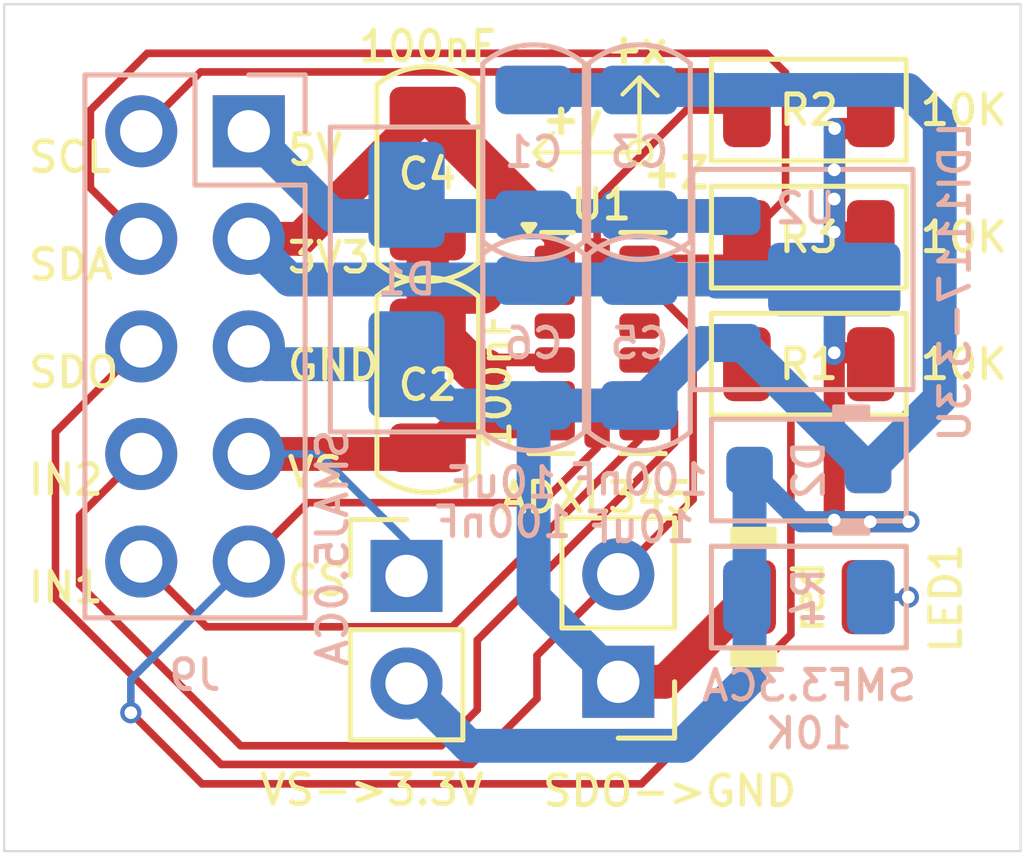
<source format=kicad_pcb>
(kicad_pcb (version 20241229) (generator "pcbnew") (generator_version "9.0")
  (layers (0 "F.Cu" signal) (2 "B.Cu" signal) (13 "F.Paste" user) (15 "B.Paste" user) (5 "F.SilkS" user "F.Silkscreen") (7 "B.SilkS" user "B.Silkscreen") (1 "F.Mask" user) (3 "B.Mask" user) (25 "Edge.Cuts" user))
  (net 0 "")
  (net 1 "+5V")
  (net 2 "GND")
  (net 3 "/VS")
  (net 4 "+3.3V")
  (net 5 "/SDO")
  (net 6 "/INT1")
  (net 7 "/INT2")
  (net 8 "/SDA")
  (net 9 "/SCL")
  (net 10 "/CS")
  (net 11 "Net-(LED1-A)")
  (footprint "PCM_Resistor_SMD_AKL:R_1206_3216Metric" (layer "F.Cu") (at 105 97.5 180)
    (property "Reference" "R3" (at 0 0 0) (layer "F.SilkS") (effects (font (size 0.7 0.7) (thickness 0.12))))
    (property "Value" "10K" (at -3.66 0 0) (layer "F.SilkS") (effects (font (size 0.7 0.7) (thickness 0.12))))
    (fp_line (start 2.3 1.200001) (end 2.3 -1.200001) (stroke (width 0.12)) (layer "F.SilkS"))
    (fp_line (start 2.3 -1.200001) (end -2.3 -1.200001) (stroke (width 0.12)) (layer "F.SilkS"))
    (fp_line (start -2.3 1.200001) (end 2.3 1.200001) (stroke (width 0.12)) (layer "F.SilkS"))
    (fp_line (start -2.3 -1.200001) (end -2.3 1.200001) (stroke (width 0.12)) (layer "F.SilkS"))
    (pad "1" smd roundrect (at -1.4625 0 180) (size 1.125 1.75) (layers "F.Cu" "F.Mask" "F.Paste") (roundrect_rratio 0.222222) (net 4 "+3.3V"))
    (pad "2" smd roundrect (at 1.4625 0 180) (size 1.125 1.75) (layers "F.Cu" "F.Mask" "F.Paste") (roundrect_rratio 0.222222) (net 8 "/SDA"))
  )
  (footprint "PCM_Capacitor_SMD_AKL:C_1206_3216Metric" (layer "F.Cu") (at 96 96 -90)
    (property "Reference" "C4" (at 0.007669 0 180) (layer "F.SilkS") (effects (font (size 0.7 0.7) (thickness 0.12))))
    (property "Value" "100nF" (at -3 0 0) (layer "F.SilkS") (effects (font (size 0.7 0.7) (thickness 0.12))))
    (fp_line (start -2.1 1.2) (end 2.1 1.2) (stroke (width 0.12)) (layer "F.SilkS"))
    (fp_line (start 2.1 -1.2) (end -2.1 -1.2) (stroke (width 0.12)) (layer "F.SilkS"))
    (fp_arc (start -2.1 1.2) (mid -2.526625 0) (end -2.1 -1.2) (stroke (width 0.12)) (layer "F.SilkS"))
    (fp_arc (start 2.1 -1.2) (mid 2.541963 0) (end 2.1 1.2) (stroke (width 0.12)) (layer "F.SilkS"))
    (pad "1" smd roundrect (at -1.475001 0 270) (size 1.15 1.8) (layers "F.Cu" "F.Mask" "F.Paste") (roundrect_rratio 0.217391) (net 4 "+3.3V"))
    (pad "2" smd roundrect (at 1.475001 0 270) (size 1.15 1.8) (layers "F.Cu" "F.Mask" "F.Paste") (roundrect_rratio 0.217391) (net 2 "GND"))
  )
  (footprint "Package_LGA:LGA-14_3x5mm_P0.8mm_LayoutBorder1x6y" (layer "F.Cu") (at 100 100)
    (property "Reference" "U1" (at 0.1 -3.27 0) (layer "F.SilkS") (effects (font (size 0.7 0.7) (thickness 0.12))))
    (property "Value" "ADXL345" (at 0 3.65 0) (layer "F.SilkS") (effects (font (size 0.7 0.7) (thickness 0.12))))
    (fp_line (start -0.56 -2.61) (end -1.31 -2.61) (stroke (width 0.12)) (layer "F.SilkS"))
    (fp_line (start -0.56 2.61) (end -1.61 2.61) (stroke (width 0.12)) (layer "F.SilkS"))
    (fp_line (start 0.56 -2.61) (end 1.61 -2.61) (stroke (width 0.12)) (layer "F.SilkS"))
    (fp_line (start 0.56 2.61) (end 1.61 2.61) (stroke (width 0.12)) (layer "F.SilkS"))
    (fp_poly (pts (xy -1.61 -2.61) (xy -1.75 -2.8) (xy -1.47 -2.8) (xy -1.61 -2.61)) (stroke (width 0.12)) (fill yes) (layer "F.SilkS"))
    (pad "1" smd roundrect (at -1 -2) (size 0.95 0.6) (layers "F.Cu" "F.Mask" "F.Paste") (net 4 "+3.3V"))
    (pad "2" smd roundrect (at -1 -1.2) (size 0.95 0.6) (layers "F.Cu" "F.Mask" "F.Paste") (net 2 "GND"))
    (pad "3" smd roundrect (at -1 -0.4) (size 0.95 0.6) (layers "F.Cu" "F.Mask" "F.Paste"))
    (pad "4" smd roundrect (at -1 0.4) (size 0.95 0.6) (layers "F.Cu" "F.Mask" "F.Paste") (net 2 "GND"))
    (pad "5" smd roundrect (at -1 1.2) (size 0.95 0.6) (layers "F.Cu" "F.Mask" "F.Paste") (net 2 "GND"))
    (pad "6" smd roundrect (at -1 2) (size 0.95 0.6) (layers "F.Cu" "F.Mask" "F.Paste") (net 3 "/VS"))
    (pad "7" smd roundrect (at 0 2) (size 0.6 0.95) (layers "F.Cu" "F.Mask" "F.Paste") (net 10 "/CS"))
    (pad "8" smd roundrect (at 1 2) (size 0.95 0.6) (layers "F.Cu" "F.Mask" "F.Paste") (net 6 "/INT1"))
    (pad "9" smd roundrect (at 1 1.2) (size 0.95 0.6) (layers "F.Cu" "F.Mask" "F.Paste") (net 7 "/INT2"))
    (pad "10" smd roundrect (at 1 0.4) (size 0.95 0.6) (layers "F.Cu" "F.Mask" "F.Paste"))
    (pad "11" smd roundrect (at 1 -0.4) (size 0.95 0.6) (layers "F.Cu" "F.Mask" "F.Paste"))
    (pad "12" smd roundrect (at 1 -1.2) (size 0.95 0.6) (layers "F.Cu" "F.Mask" "F.Paste") (net 5 "/SDO"))
    (pad "13" smd roundrect (at 1 -2) (size 0.95 0.6) (layers "F.Cu" "F.Mask" "F.Paste") (net 8 "/SDA"))
    (pad "14" smd roundrect (at 0 -2) (size 0.6 0.95) (layers "F.Cu" "F.Mask" "F.Paste") (net 9 "/SCL"))
  )
  (footprint "PCM_Resistor_SMD_AKL:R_1206_3216Metric" (layer "F.Cu") (at 105 94.5 180)
    (property "Reference" "R2" (at 0 0 0) (layer "F.SilkS") (effects (font (size 0.7 0.7) (thickness 0.12))))
    (property "Value" "10K" (at -3.66 0 0) (layer "F.SilkS") (effects (font (size 0.7 0.7) (thickness 0.12))))
    (fp_line (start 2.3 1.200001) (end 2.3 -1.200001) (stroke (width 0.12)) (layer "F.SilkS"))
    (fp_line (start 2.3 -1.200001) (end -2.3 -1.200001) (stroke (width 0.12)) (layer "F.SilkS"))
    (fp_line (start -2.3 1.200001) (end 2.3 1.200001) (stroke (width 0.12)) (layer "F.SilkS"))
    (fp_line (start -2.3 -1.200001) (end -2.3 1.200001) (stroke (width 0.12)) (layer "F.SilkS"))
    (pad "1" smd roundrect (at -1.4625 0 180) (size 1.125 1.75) (layers "F.Cu" "F.Mask" "F.Paste") (roundrect_rratio 0.222222) (net 4 "+3.3V"))
    (pad "2" smd roundrect (at 1.4625 0 180) (size 1.125 1.75) (layers "F.Cu" "F.Mask" "F.Paste") (roundrect_rratio 0.222222) (net 9 "/SCL"))
  )
  (footprint "PCM_LED_SMD_AKL:LED_1206_3216Metric" (layer "F.Cu") (at 105 106)
    (property "Reference" "LED1" (at 3.24 0.02 90) (layer "F.SilkS") (effects (font (size 0.7 0.7) (thickness 0.12))))
    (property "Value" "red" (at -0.01 0 90) (layer "F.SilkS") (effects (font (size 0.7 0.7) (thickness 0.12))))
    (fp_poly (pts (xy -2.3 -1.200001) (xy 2.3 -1.200001) (xy 2.3 1.200001) (xy -2.3 1.200001)) (stroke (width 0.12)) (fill no) (layer "F.SilkS"))
    (fp_poly (pts (xy -1.8 -1.6) (xy -0.8 -1.6) (xy -0.8 -1.200001) (xy -1.8 -1.2)) (stroke (width 0.12)) (fill yes) (layer "F.SilkS"))
    (fp_poly (pts (xy -1.8 1.2) (xy -0.8 1.200001) (xy -0.8 1.6) (xy -1.8 1.6)) (stroke (width 0.12)) (fill yes) (layer "F.SilkS"))
    (pad "1" smd roundrect (at -1.399999 0) (size 1.25 1.75) (layers "F.Cu" "F.Mask" "F.Paste") (roundrect_rratio 0.2) (net 2 "GND"))
    (pad "2" smd roundrect (at 1.399999 0) (size 1.25 1.75) (layers "F.Cu" "F.Mask" "F.Paste") (roundrect_rratio 0.2) (net 11 "Net-(LED1-A)"))
  )
  (footprint "Connector_PinHeader_2.54mm:PinHeader_1x02_P2.54mm_Vertical" (layer "F.Cu") (at 100.5 108 180)
    (property "Reference" "J3" (hide yes))
    (property "Value" "Conn_01x02" (hide yes))
    (fp_line (start 1.33 1.270001) (end 1.33 3.87) (stroke (width 0.12)) (layer "F.SilkS"))
    (fp_line (start -1.33 3.87) (end 1.33 3.87) (stroke (width 0.12)) (layer "F.SilkS"))
    (fp_line (start -1.33 1.270001) (end 1.33 1.270001) (stroke (width 0.12)) (layer "F.SilkS"))
    (fp_line (start -1.33 1.270001) (end -1.33 3.87) (stroke (width 0.12)) (layer "F.SilkS"))
    (fp_line (start -1.33 0) (end -1.33 -1.33) (stroke (width 0.12)) (layer "F.SilkS"))
    (fp_line (start -1.33 -1.33) (end 0 -1.33) (stroke (width 0.12)) (layer "F.SilkS"))
    (pad "1" thru_hole rect (at 0 0 180) (size 1.7 1.7) (drill 1) (layers "*.Cu" "*.Mask") (net 2 "GND"))
    (pad "2" thru_hole oval (at 0 2.54 180) (size 1.7 1.7) (drill 1) (layers "*.Cu" "*.Mask") (net 5 "/SDO"))
  )
  (footprint "PCM_Capacitor_SMD_AKL:C_1206_3216Metric" (layer "F.Cu") (at 96 101 90)
    (property "Reference" "C2" (at 0.007669 0 180) (layer "F.SilkS") (effects (font (size 0.7 0.7) (thickness 0.12))))
    (property "Value" "100nF" (at 0.099999 1.6 90) (layer "F.SilkS") (effects (font (size 0.7 0.7) (thickness 0.12))))
    (fp_line (start 2.1 -1.2) (end -2.1 -1.2) (stroke (width 0.12)) (layer "F.SilkS"))
    (fp_line (start -2.1 1.2) (end 2.1 1.2) (stroke (width 0.12)) (layer "F.SilkS"))
    (fp_arc (start 2.1 -1.2) (mid 2.541963 0) (end 2.1 1.2) (stroke (width 0.12)) (layer "F.SilkS"))
    (fp_arc (start -2.1 1.2) (mid -2.526625 0) (end -2.1 -1.2) (stroke (width 0.12)) (layer "F.SilkS"))
    (pad "1" smd roundrect (at -1.475001 0 90) (size 1.15 1.8) (layers "F.Cu" "F.Mask" "F.Paste") (roundrect_rratio 0.217391) (net 3 "/VS"))
    (pad "2" smd roundrect (at 1.475001 0 90) (size 1.15 1.8) (layers "F.Cu" "F.Mask" "F.Paste") (roundrect_rratio 0.217391) (net 2 "GND"))
  )
  (footprint "PCM_Resistor_SMD_AKL:R_1206_3216Metric" (layer "F.Cu") (at 105 100.5 180)
    (property "Reference" "R1" (at 0 0 0) (layer "F.SilkS") (effects (font (size 0.7 0.7) (thickness 0.12))))
    (property "Value" "10K" (at -3.66 0 0) (layer "F.SilkS") (effects (font (size 0.7 0.7) (thickness 0.12))))
    (fp_line (start 2.3 1.200001) (end 2.3 -1.200001) (stroke (width 0.12)) (layer "F.SilkS"))
    (fp_line (start 2.3 -1.200001) (end -2.3 -1.200001) (stroke (width 0.12)) (layer "F.SilkS"))
    (fp_line (start -2.3 1.200001) (end 2.3 1.200001) (stroke (width 0.12)) (layer "F.SilkS"))
    (fp_line (start -2.3 -1.200001) (end -2.3 1.200001) (stroke (width 0.12)) (layer "F.SilkS"))
    (pad "1" smd roundrect (at -1.4625 0 180) (size 1.125 1.75) (layers "F.Cu" "F.Mask" "F.Paste") (roundrect_rratio 0.222222) (net 4 "+3.3V"))
    (pad "2" smd roundrect (at 1.4625 0 180) (size 1.125 1.75) (layers "F.Cu" "F.Mask" "F.Paste") (roundrect_rratio 0.222222) (net 10 "/CS"))
  )
  (footprint "Connector_PinHeader_2.54mm:PinHeader_1x02_P2.54mm_Vertical" (layer "F.Cu") (at 95.5 105.5)
    (property "Reference" "J5" (hide yes))
    (property "Value" "Conn_01x02" (hide yes))
    (fp_line (start -1.33 -1.33) (end 0 -1.33) (stroke (width 0.12)) (layer "F.SilkS"))
    (fp_line (start -1.33 0) (end -1.33 -1.33) (stroke (width 0.12)) (layer "F.SilkS"))
    (fp_line (start -1.33 1.270001) (end -1.33 3.87) (stroke (width 0.12)) (layer "F.SilkS"))
    (fp_line (start -1.33 1.270001) (end 1.33 1.270001) (stroke (width 0.12)) (layer "F.SilkS"))
    (fp_line (start -1.33 3.87) (end 1.33 3.87) (stroke (width 0.12)) (layer "F.SilkS"))
    (fp_line (start 1.33 1.270001) (end 1.33 3.87) (stroke (width 0.12)) (layer "F.SilkS"))
    (pad "1" thru_hole rect (at 0 0) (size 1.7 1.7) (drill 1) (layers "*.Cu" "*.Mask") (net 3 "/VS"))
    (pad "2" thru_hole oval (at 0 2.54) (size 1.7 1.7) (drill 1) (layers "*.Cu" "*.Mask") (net 4 "+3.3V"))
  )
  (footprint "PCM_Capacitor_SMD_AKL:C_1206_3216Metric" (layer "B.Cu") (at 98.5 100 -90)
    (property "Reference" "C6" (at 0.007669 0 0) (layer "B.SilkS") (effects (font (size 0.7 0.7) (thickness 0.12)) (justify mirror)))
    (property "Value" "100nF" (at 4.23 0.73 0) (layer "B.SilkS") (effects (font (size 0.7 0.7) (thickness 0.12)) (justify mirror)))
    (fp_line (start 2.1 1.2) (end -2.1 1.2) (stroke (width 0.12)) (layer "B.SilkS"))
    (fp_line (start -2.1 -1.2) (end 2.1 -1.2) (stroke (width 0.12)) (layer "B.SilkS"))
    (fp_arc (start -2.1 1.2) (mid -2.526625 0) (end -2.1 -1.2) (stroke (width 0.12)) (layer "B.SilkS"))
    (fp_arc (start 2.1 -1.2) (mid 2.541963 0) (end 2.1 1.2) (stroke (width 0.12)) (layer "B.SilkS"))
    (pad "1" smd roundrect (at -1.475001 0 270) (size 1.15 1.8) (layers "B.Cu" "B.Mask" "B.Paste") (roundrect_rratio 0.217391) (net 4 "+3.3V"))
    (pad "2" smd roundrect (at 1.475001 0 270) (size 1.15 1.8) (layers "B.Cu" "B.Mask" "B.Paste") (roundrect_rratio 0.217391) (net 2 "GND"))
  )
  (footprint "PCM_Diode_SMD_AKL:D_SMA_TVS" (layer "B.Cu") (at 95.5 98.5 90)
    (property "Reference" "D1" (at 0 0 0) (layer "B.SilkS") (effects (font (size 0.7 0.7) (thickness 0.12)) (justify mirror)))
    (property "Value" "SMAJ5.0CA" (at -6.335 -1.75 90) (layer "B.SilkS") (effects (font (size 0.7 0.7) (thickness 0.12)) (justify mirror)))
    (fp_line (start 3.6 -1.8) (end 3.6 1.8) (stroke (width 0.12)) (layer "B.SilkS"))
    (fp_line (start -3.6 -1.8) (end 3.6 -1.8) (stroke (width 0.12)) (layer "B.SilkS"))
    (fp_line (start 3.6 1.8) (end -3.6 1.8) (stroke (width 0.12)) (layer "B.SilkS"))
    (fp_line (start -3.6 1.8) (end -3.6 -1.8) (stroke (width 0.12)) (layer "B.SilkS"))
    (pad "1" smd roundrect (at -2.000001 0 90) (size 2.5 1.8) (layers "B.Cu" "B.Mask" "B.Paste") (roundrect_rratio 0.1388888889) (net 2 "GND"))
    (pad "2" smd roundrect (at 2.000001 0 90) (size 2.5 1.8) (layers "B.Cu" "B.Mask" "B.Paste") (roundrect_rratio 0.1388888889) (net 1 "+5V"))
  )
  (footprint "PCM_Package_TO_SOT_SMD_AKL:SOT-89-3" (layer "B.Cu") (at 104.86 98.5)
    (property "Reference" "U2" (at 0.06 -1.68 0) (layer "B.SilkS") (effects (font (size 0.7 0.7) (thickness 0.12)) (justify mirror)))
    (property "Value" "LDI1117-3.3U" (at 3.59 0.06 270) (layer "B.SilkS") (effects (font (size 0.7 0.7) (thickness 0.12)) (justify mirror)))
    (fp_line (start -2.6 -2.6) (end 2.6 -2.6) (stroke (width 0.12)) (layer "B.SilkS"))
    (fp_line (start -2.6 2.6) (end -2.6 -2.6) (stroke (width 0.12)) (layer "B.SilkS"))
    (fp_line (start 2.6 -2.6) (end 2.6 2.6) (stroke (width 0.12)) (layer "B.SilkS"))
    (fp_line (start 2.6 2.6) (end -2.6 2.6) (stroke (width 0.12)) (layer "B.SilkS"))
    (pad "1" smd roundrect (at -1.65 1.5) (size 1.3 0.9) (layers "B.Cu" "B.Mask" "B.Paste") (net 2 "GND"))
    (pad "2" smd roundrect (at -1.45 0) (size 1.7 0.9) (layers "B.Cu" "B.Mask" "B.Paste") (net 4 "+3.3V"))
    (pad "2" smd roundrect (at 0.74 0 270) (size 1.733 3.125) (layers "B.Cu" "B.Mask" "B.Paste") (roundrect_rratio 0.1442585113) (net 4 "+3.3V"))
    (pad "3" smd roundrect (at -1.65 -1.5) (size 1.3 0.9) (layers "B.Cu" "B.Mask" "B.Paste") (net 1 "+5V"))
  )
  (footprint "PCM_Capacitor_SMD_AKL:C_1206_3216Metric" (layer "B.Cu") (at 101 100 -90)
    (property "Reference" "C5" (at 0.007668 0 0) (layer "B.SilkS") (effects (font (size 0.7 0.7) (thickness 0.12)) (justify mirror)))
    (property "Value" "10uF" (at 4.35 -0.02 0) (layer "B.SilkS") (effects (font (size 0.7 0.7) (thickness 0.12)) (justify mirror)))
    (fp_line (start 2.1 1.2) (end -2.1 1.2) (stroke (width 0.12)) (layer "B.SilkS"))
    (fp_line (start -2.1 -1.2) (end 2.1 -1.2) (stroke (width 0.12)) (layer "B.SilkS"))
    (fp_arc (start -2.1 1.2) (mid -2.526625 0) (end -2.1 -1.2) (stroke (width 0.12)) (layer "B.SilkS"))
    (fp_arc (start 2.1 -1.2) (mid 2.541962 0) (end 2.1 1.2) (stroke (width 0.12)) (layer "B.SilkS"))
    (pad "1" smd roundrect (at -1.475001 0 270) (size 1.15 1.8) (layers "B.Cu" "B.Mask" "B.Paste") (roundrect_rratio 0.217391) (net 4 "+3.3V"))
    (pad "2" smd roundrect (at 1.475001 0 270) (size 1.15 1.8) (layers "B.Cu" "B.Mask" "B.Paste") (roundrect_rratio 0.217391) (net 2 "GND"))
  )
  (footprint "PCM_Resistor_SMD_AKL:R_1206_3216Metric" (layer "B.Cu") (at 105 106)
    (property "Reference" "R4" (at 0 0 270) (layer "B.SilkS") (effects (font (size 0.7 0.7) (thickness 0.12)) (justify mirror)))
    (property "Value" "10K" (at 0 3.22 0) (layer "B.SilkS") (effects (font (size 0.7 0.7) (thickness 0.12)) (justify mirror)))
    (fp_line (start -2.3 -1.200001) (end 2.3 -1.200001) (stroke (width 0.12)) (layer "B.SilkS"))
    (fp_line (start -2.3 1.200001) (end -2.3 -1.200001) (stroke (width 0.12)) (layer "B.SilkS"))
    (fp_line (start 2.3 -1.200001) (end 2.3 1.200001) (stroke (width 0.12)) (layer "B.SilkS"))
    (fp_line (start 2.3 1.200001) (end -2.3 1.200001) (stroke (width 0.12)) (layer "B.SilkS"))
    (pad "1" smd roundrect (at -1.4625 0) (size 1.125 1.75) (layers "B.Cu" "B.Mask" "B.Paste") (roundrect_rratio 0.222222) (net 4 "+3.3V"))
    (pad "2" smd roundrect (at 1.4625 0) (size 1.125 1.75) (layers "B.Cu" "B.Mask" "B.Paste") (roundrect_rratio 0.222222) (net 11 "Net-(LED1-A)"))
  )
  (footprint "PCM_Capacitor_SMD_AKL:C_1206_3216Metric" (layer "B.Cu") (at 101 95.5 90)
    (property "Reference" "C3" (at 0.007669 0 0) (layer "B.SilkS") (effects (font (size 0.7 0.7) (thickness 0.12)) (justify mirror)))
    (property "Value" "100nF" (at -7.73 0 0) (layer "B.SilkS") (effects (font (size 0.7 0.7) (thickness 0.12)) (justify mirror)))
    (fp_line (start -2.1 -1.2) (end 2.1 -1.2) (stroke (width 0.12)) (layer "B.SilkS"))
    (fp_line (start 2.1 1.2) (end -2.1 1.2) (stroke (width 0.12)) (layer "B.SilkS"))
    (fp_arc (start 2.1 -1.2) (mid 2.541963 0) (end 2.1 1.2) (stroke (width 0.12)) (layer "B.SilkS"))
    (fp_arc (start -2.1 1.2) (mid -2.526625 0) (end -2.1 -1.2) (stroke (width 0.12)) (layer "B.SilkS"))
    (pad "1" smd roundrect (at -1.475001 0 90) (size 1.15 1.8) (layers "B.Cu" "B.Mask" "B.Paste") (roundrect_rratio 0.217391) (net 1 "+5V"))
    (pad "2" smd roundrect (at 1.475001 0 90) (size 1.15 1.8) (layers "B.Cu" "B.Mask" "B.Paste") (roundrect_rratio 0.217391) (net 2 "GND"))
  )
  (footprint "PCM_Diode_SMD_AKL:D_SOD-123F" (layer "B.Cu") (at 105 103 180)
    (property "Reference" "D2" (at 0 0 270) (layer "B.SilkS") (effects (font (size 0.7 0.7) (thickness 0.12)) (justify mirror)))
    (property "Value" "SMF3.3CA" (at -0.01 -5.09 0) (layer "B.SilkS") (effects (font (size 0.7 0.7) (thickness 0.12)) (justify mirror)))
    (fp_line (start 2.3 1.200001) (end -2.3 1.200001) (stroke (width 0.12)) (layer "B.SilkS"))
    (fp_line (start 2.3 -1.200001) (end 2.3 1.200001) (stroke (width 0.12)) (layer "B.SilkS"))
    (fp_line (start -2.3 1.200001) (end -2.3 -1.200001) (stroke (width 0.12)) (layer "B.SilkS"))
    (fp_line (start -2.3 -1.200001) (end 2.3 -1.200001) (stroke (width 0.12)) (layer "B.SilkS"))
    (fp_poly (pts (xy -0.6 1.2) (xy -1.4 1.200001) (xy -1.4 1.5) (xy -0.6 1.5)) (stroke (width 0.1)) (fill yes) (layer "B.SilkS"))
    (fp_poly (pts (xy -0.6 -1.5) (xy -1.4 -1.5) (xy -1.4 -1.200001) (xy -0.6 -1.2)) (stroke (width 0.1)) (fill yes) (layer "B.SilkS"))
    (pad "1" smd roundrect (at -1.399999 0 180) (size 1.1 1.1) (layers "B.Cu" "B.Mask" "B.Paste") (roundrect_rratio 0.2272727273) (net 2 "GND"))
    (pad "2" smd roundrect (at 1.399999 0 180) (size 1.1 1.1) (layers "B.Cu" "B.Mask" "B.Paste") (roundrect_rratio 0.2272727273) (net 4 "+3.3V"))
  )
  (footprint "PCM_Capacitor_SMD_AKL:C_1206_3216Metric" (layer "B.Cu") (at 98.5 95.5 90)
    (property "Reference" "C1" (at 0.007669 0 0) (layer "B.SilkS") (effects (font (size 0.7 0.7) (thickness 0.12)) (justify mirror)))
    (property "Value" "10uF" (at -7.8 -0.75 0) (layer "B.SilkS") (effects (font (size 0.7 0.7) (thickness 0.12)) (justify mirror)))
    (fp_line (start -2.1 -1.2) (end 2.1 -1.2) (stroke (width 0.12)) (layer "B.SilkS"))
    (fp_line (start 2.1 1.2) (end -2.1 1.2) (stroke (width 0.12)) (layer "B.SilkS"))
    (fp_arc (start 2.1 -1.2) (mid 2.541963 0) (end 2.1 1.2) (stroke (width 0.12)) (layer "B.SilkS"))
    (fp_arc (start -2.1 1.2) (mid -2.526625 0) (end -2.1 -1.2) (stroke (width 0.12)) (layer "B.SilkS"))
    (pad "1" smd roundrect (at -1.475001 0 90) (size 1.15 1.8) (layers "B.Cu" "B.Mask" "B.Paste") (roundrect_rratio 0.217391) (net 1 "+5V"))
    (pad "2" smd roundrect (at 1.475001 0 90) (size 1.15 1.8) (layers "B.Cu" "B.Mask" "B.Paste") (roundrect_rratio 0.217391) (net 2 "GND"))
  )
  (footprint "Connector_PinHeader_2.54mm:PinHeader_2x05_P2.54mm_Vertical" (layer "B.Cu") (at 91.775 95 180)
    (property "Reference" "J9" (at 1.27 -12.84 0) (layer "B.SilkS") (effects (font (size 0.7 0.7) (thickness 0.12)) (justify mirror)))
    (property "Value" "Conn_02x05_Odd_Even" (hide yes))
    (fp_line (start 3.87 1.33) (end 3.87 -11.49) (stroke (width 0.12)) (layer "B.SilkS"))
    (fp_line (start 1.27 1.33) (end 3.87 1.33) (stroke (width 0.12)) (layer "B.SilkS"))
    (fp_line (start 1.27 -1.27) (end 1.27 1.33) (stroke (width 0.12)) (layer "B.SilkS"))
    (fp_line (start -1.33 1.33) (end 0 1.33) (stroke (width 0.12)) (layer "B.SilkS"))
    (fp_line (start -1.33 0) (end -1.33 1.33) (stroke (width 0.12)) (layer "B.SilkS"))
    (fp_line (start -1.33 -1.27) (end 1.27 -1.27) (stroke (width 0.12)) (layer "B.SilkS"))
    (fp_line (start -1.33 -1.27) (end -1.33 -11.49) (stroke (width 0.12)) (layer "B.SilkS"))
    (fp_line (start -1.33 -11.49) (end 3.87 -11.49) (stroke (width 0.12)) (layer "B.SilkS"))
    (pad "1" thru_hole rect (at 0 0 180) (size 1.7 1.7) (drill 1) (layers "*.Cu" "*.Mask") (net 1 "+5V"))
    (pad "2" thru_hole oval (at 2.54 0 180) (size 1.7 1.7) (drill 1) (layers "*.Cu" "*.Mask") (net 9 "/SCL"))
    (pad "3" thru_hole oval (at 0 -2.54 180) (size 1.7 1.7) (drill 1) (layers "*.Cu" "*.Mask") (net 4 "+3.3V"))
    (pad "4" thru_hole oval (at 2.54 -2.54 180) (size 1.7 1.7) (drill 1) (layers "*.Cu" "*.Mask") (net 8 "/SDA"))
    (pad "5" thru_hole oval (at 0 -5.08 180) (size 1.7 1.7) (drill 1) (layers "*.Cu" "*.Mask") (net 2 "GND"))
    (pad "6" thru_hole oval (at 2.54 -5.08 180) (size 1.7 1.7) (drill 1) (layers "*.Cu" "*.Mask") (net 5 "/SDO"))
    (pad "7" thru_hole oval (at 0 -7.62 180) (size 1.7 1.7) (drill 1) (layers "*.Cu" "*.Mask") (net 3 "/VS"))
    (pad "8" thru_hole oval (at 2.54 -7.62 180) (size 1.7 1.7) (drill 1) (layers "*.Cu" "*.Mask") (net 7 "/INT2"))
    (pad "9" thru_hole oval (at 0 -10.16 180) (size 1.7 1.7) (drill 1) (layers "*.Cu" "*.Mask") (net 10 "/CS"))
    (pad "10" thru_hole oval (at 2.54 -10.16 180) (size 1.7 1.7) (drill 1) (layers "*.Cu" "*.Mask") (net 6 "/INT1"))
  )
  (gr_line (start 101 93.73) (end 101.43 94.16) (stroke (width 0.1)) (layer "F.SilkS"))
  (gr_line (start 101 93.73) (end 100.6 94.13) (stroke (width 0.1)) (layer "F.SilkS"))
  (gr_line (start 98.5 95.5) (end 98.93 95.93) (stroke (width 0.1)) (layer "F.SilkS"))
  (gr_line (start 101 95.5) (end 98.5 95.5) (stroke (width 0.1)) (layer "F.SilkS"))
  (gr_circle (center 101 95.5) (end 101.2 95.7) (stroke (width 0.1)) (fill no) (layer "F.SilkS"))
  (gr_line (start 101 95.5) (end 101 93.73) (stroke (width 0.1)) (layer "F.SilkS"))
  (gr_line (start 98.5 95.5) (end 98.96 95.04) (stroke (width 0.1)) (layer "F.SilkS"))
  (gr_rect (start 86 92) (end 110 112) (stroke (width 0.05)) (fill no) (layer "Edge.Cuts"))
  (gr_text "VS" (at 92.625 103.47 0) (layer "F.SilkS") (effects (font (size 0.7 0.7) (thickness 0.12) (bold yes)) (justify left bottom)))
  (gr_text "3V3" (at 92.625 98.39 0) (layer "F.SilkS") (effects (font (size 0.7 0.7) (thickness 0.12) (bold yes)) (justify left bottom)))
  (gr_text "SCL" (at 86.51 96.02 0) (layer "F.SilkS") (effects (font (size 0.7 0.7) (thickness 0.12) (bold yes)) (justify left bottom)))
  (gr_text "SDA" (at 86.51 98.56 0) (layer "F.SilkS") (effects (font (size 0.7 0.7) (thickness 0.12) (bold yes)) (justify left bottom)))
  (gr_text "GND\n" (at 92.625 100.93 0) (layer "F.SilkS") (effects (font (size 0.7 0.7) (thickness 0.12) (bold yes)) (justify left bottom)))
  (gr_text "IN1" (at 86.51 106.18 0) (layer "F.SilkS") (effects (font (size 0.7 0.7) (thickness 0.12) (bold yes)) (justify left bottom)))
  (gr_text "SDO" (at 86.51 101.1 0) (layer "F.SilkS") (effects (font (size 0.7 0.7) (thickness 0.12) (bold yes)) (justify left bottom)))
  (gr_text "SDO->GND" (at 98.65 110.99 0) (layer "F.SilkS") (effects (font (size 0.7 0.7) (thickness 0.12) (bold yes)) (justify left bottom)))
  (gr_text "+Z" (at 101 96.400001 0) (layer "F.SilkS") (effects (font (size 0.7 0.7)) (justify left bottom)))
  (gr_text "IN2" (at 86.51 103.64 0) (layer "F.SilkS") (effects (font (size 0.7 0.7) (thickness 0.12) (bold yes)) (justify left bottom)))
  (gr_text "CS" (at 92.625 106.01 0) (layer "F.SilkS") (effects (font (size 0.7 0.7) (thickness 0.12) (bold yes)) (justify left bottom)))
  (gr_text "5V" (at 92.625 95.85 0) (layer "F.SilkS") (effects (font (size 0.7 0.7) (thickness 0.12) (bold yes)) (justify left bottom)))
  (gr_text "+x" (at 100.1 93.449999 0) (layer "F.SilkS") (effects (font (size 0.7 0.7)) (justify left bottom)))
  (gr_text "VS->3.3V" (at 91.97 110.96 0) (layer "F.SilkS") (effects (font (size 0.7 0.7) (thickness 0.12) (bold yes)) (justify left bottom)))
  (gr_text "+y" (at 98.62 95.12 0) (layer "F.SilkS") (effects (font (size 0.7 0.7)) (justify left bottom)))
  (segment (start 93.775 97) (end 91.775 95) (width 0.8) (layer "B.Cu") (net 1))
  (segment (start 103.21 97) (end 93.775 97) (width 0.8) (layer "B.Cu") (net 1))
  (segment (start 96 98.81) (end 97.29 98.81) (width 1) (layer "F.Cu") (net 2))
  (segment (start 97.675001 101.2) (end 97.105001 100.63) (width 0.3) (layer "F.Cu") (net 2))
  (segment (start 97.105001 100.63) (end 97.36 100.63) (width 1) (layer "F.Cu") (net 2))
  (segment (start 96 98.81) (end 96 99.524999) (width 1) (layer "F.Cu") (net 2))
  (segment (start 96 97.475001) (end 96 98.81) (width 1) (layer "F.Cu") (net 2))
  (segment (start 99 98.8) (end 97.3 98.8) (width 0.3) (layer "F.Cu") (net 2))
  (segment (start 96 99.524999) (end 97.105001 100.63) (width 1) (layer "F.Cu") (net 2))
  (segment (start 101.600001 108) (end 103.600001 106) (width 0.8) (layer "F.Cu") (net 2))
  (segment (start 97.335001 100.4) (end 97.105001 100.63) (width 0.3) (layer "F.Cu") (net 2))
  (segment (start 100.5 108) (end 101.600001 108) (width 0.8) (layer "F.Cu") (net 2))
  (segment (start 97.29 98.81) (end 97.3 98.8) (width 1) (layer "F.Cu") (net 2))
  (segment (start 99 100.4) (end 97.335001 100.4) (width 0.3) (layer "F.Cu") (net 2))
  (segment (start 99 101.2) (end 97.675001 101.2) (width 0.3) (layer "F.Cu") (net 2))
  (segment (start 101 101.475001) (end 98.5 101.475001) (width 0.8) (layer "B.Cu") (net 2))
  (segment (start 98.5 101.475001) (end 98.5 106) (width 0.8) (layer "B.Cu") (net 2))
  (segment (start 96.475 101.475001) (end 95.5 100.500001) (width 0.8) (layer "B.Cu") (net 2))
  (segment (start 103.399999 100) (end 106.399999 103) (width 0.8) (layer "B.Cu") (net 2))
  (segment (start 103.21 100) (end 103.399999 100) (width 0.8) (layer "B.Cu") (net 2))
  (segment (start 98.5 106) (end 100.5 108) (width 0.8) (layer "B.Cu") (net 2))
  (segment (start 107.334999 94.024999) (end 108.09 94.78) (width 0.8) (layer "B.Cu") (net 2))
  (segment (start 108.09 94.78) (end 108.09 101.309999) (width 0.8) (layer "B.Cu") (net 2))
  (segment (start 98.5 101.475001) (end 96.475 101.475001) (width 0.8) (layer "B.Cu") (net 2))
  (segment (start 102.475001 100) (end 101 101.475001) (width 0.8) (layer "B.Cu") (net 2))
  (segment (start 95.5 100.500001) (end 92.195001 100.500001) (width 0.8) (layer "B.Cu") (net 2))
  (segment (start 103.21 100) (end 102.475001 100) (width 0.8) (layer "B.Cu") (net 2))
  (segment (start 108.09 101.309999) (end 106.399999 103) (width 0.8) (layer "B.Cu") (net 2))
  (segment (start 101 94.024999) (end 98.5 94.024999) (width 0.8) (layer "B.Cu") (net 2))
  (segment (start 101 94.024999) (end 107.334999 94.024999) (width 0.8) (layer "B.Cu") (net 2))
  (segment (start 92.195001 100.500001) (end 91.775 100.08) (width 0.8) (layer "B.Cu") (net 2))
  (segment (start 95.855001 102.62) (end 96 102.475001) (width 0.8) (layer "F.Cu") (net 3))
  (segment (start 96.475001 102) (end 96 102.475001) (width 0.5) (layer "F.Cu") (net 3))
  (segment (start 99 102) (end 96.475001 102) (width 0.5) (layer "F.Cu") (net 3))
  (segment (start 91.775 102.62) (end 95.855001 102.62) (width 0.8) (layer "F.Cu") (net 3))
  (segment (start 91.775 102.62) (end 93.42 102.62) (width 0.18) (layer "B.Cu") (net 3))
  (segment (start 95.5 104.68) (end 95.5 105.5) (width 0.18) (layer "B.Cu") (net 3))
  (segment (start 93.42 102.62) (end 93.43 102.61) (width 0.18) (layer "B.Cu") (net 3))
  (segment (start 93.43 102.61) (end 95.5 104.68) (width 0.18) (layer "B.Cu") (net 3))
  (segment (start 92.984999 97.54) (end 96 94.524999) (width 0.8) (layer "F.Cu") (net 4))
  (segment (start 96 94.524999) (end 98.3525 96.8775) (width 1) (layer "F.Cu") (net 4))
  (segment (start 105.61 94.935999) (end 106.026501 94.935999) (width 0.5) (layer "F.Cu") (net 4))
  (segment (start 105.6 104.22) (end 106.45 104.22) (width 0.5) (layer "F.Cu") (net 4))
  (segment (start 99 98) (end 99 97.524999) (width 0.5) (layer "F.Cu") (net 4))
  (segment (start 106.3425 97.38) (end 106.4625 97.5) (width 0.5) (layer "F.Cu") (net 4))
  (segment (start 106.1925 100.23) (end 106.4625 100.5) (width 0.5) (layer "F.Cu") (net 4))
  (segment (start 106.026501 94.935999) (end 106.4625 94.5) (width 0.5) (layer "F.Cu") (net 4))
  (segment (start 99 97.524999) (end 98.3525 96.8775) (width 0.5) (layer "F.Cu") (net 4))
  (segment (start 91.775 97.54) (end 92.984999 97.54) (width 0.8) (layer "F.Cu") (net 4))
  (segment (start 105.6 100.23) (end 105.6 104.18) (width 0.5) (layer "F.Cu") (net 4))
  (segment (start 105.61 94.935999) (end 105.61 100.22) (width 0.5) (layer "F.Cu") (net 4))
  (segment (start 106.45 104.22) (end 107.36 104.22) (width 0.5) (layer "F.Cu") (net 4))
  (segment (start 105.6 100.23) (end 106.1925 100.23) (width 0.5) (layer "F.Cu") (net 4))
  (segment (start 105.6 97.38) (end 106.3425 97.38) (width 0.5) (layer "F.Cu") (net 4))
  (segment (start 105.6 104.18) (end 105.6 104.22) (width 0.5) (layer "F.Cu") (net 4))
  (segment (start 105.61 100.22) (end 105.6 100.23) (width 0.5) (layer "F.Cu") (net 4))
  (via (at 105.6 104.18) (size 0.5) (drill 0.3) (layers "F.Cu" "B.Cu") (net 4))
  (via (at 105.6 96.6) (size 0.5) (drill 0.3) (layers "F.Cu" "B.Cu") (net 4))
  (via (at 105.6 100.23) (size 0.5) (drill 0.3) (layers "F.Cu" "B.Cu") (net 4))
  (via (at 105.61 94.935999) (size 0.5) (drill 0.3) (layers "F.Cu" "B.Cu") (net 4))
  (via (at 105.6 95.91) (size 0.5) (drill 0.3) (layers "F.Cu" "B.Cu") (net 4))
  (via (at 106.45 104.22) (size 0.5) (drill 0.3) (layers "F.Cu" "B.Cu") (net 4))
  (via (at 107.36 104.22) (size 0.5) (drill 0.3) (layers "F.Cu" "B.Cu") (net 4))
  (via (at 105.6 97.38) (size 0.5) (drill 0.3) (layers "F.Cu" "B.Cu") (net 4))
  (segment (start 105.6 98.5) (end 105.6 97.38) (width 0.5) (layer "B.Cu") (net 4))
  (segment (start 105.6 100.26) (end 105.59 100.27) (width 0.5) (layer "B.Cu") (net 4))
  (segment (start 105.6 96.6) (end 105.6 95.91) (width 0.5) (layer "B.Cu") (net 4))
  (segment (start 105.6 94.945999) (end 105.61 94.935999) (width 0.5) (layer "B.Cu") (net 4))
  (segment (start 103.600001 107.921999) (end 103.600001 103) (width 0.8) (layer "B.Cu") (net 4))
  (segment (start 95.5 108.04) (end 96.971 109.511) (width 0.8) (layer "B.Cu") (net 4))
  (segment (start 105.6 100.23) (end 105.6 100.26) (width 0.5) (layer "B.Cu") (net 4))
  (segment (start 96.971 109.511) (end 102.011 109.511) (width 0.8) (layer "B.Cu") (net 4))
  (segment (start 105.6 97.38) (end 105.6 96.6) (width 0.5) (layer "B.Cu") (net 4))
  (segment (start 105.6 98.5) (end 105.6 99.65) (width 0.5) (layer "B.Cu") (net 4))
  (segment (start 105.6 99.65) (end 105.6 100.23) (width 0.5) (layer "B.Cu") (net 4))
  (segment (start 102.011 109.511) (end 103.600001 107.921999) (width 0.8) (layer "B.Cu") (net 4))
  (segment (start 92.735 98.5) (end 91.775 97.54) (width 0.8) (layer "B.Cu") (net 4))
  (segment (start 104.820001 104.22) (end 103.600001 103) (width 0.5) (layer "B.Cu") (net 4))
  (segment (start 103.41 98.5) (end 92.735 98.5) (width 0.8) (layer "B.Cu") (net 4))
  (segment (start 105.6 95.91) (end 105.6 94.945999) (width 0.5) (layer "B.Cu") (net 4))
  (segment (start 107.36 104.22) (end 104.820001 104.22) (width 0.5) (layer "B.Cu") (net 4))
  (segment (start 100.5 105.46) (end 98.58 107.38) (width 0.18) (layer "F.Cu") (net 5))
  (segment (start 97.029 109.951) (end 91.121 109.951) (width 0.18) (layer "F.Cu") (net 5))
  (segment (start 101.387678 98.8) (end 102.267 99.679322) (width 0.18) (layer "F.Cu") (net 5))
  (segment (start 87.21 102.105) (end 89.235 100.08) (width 0.18) (layer "F.Cu") (net 5))
  (segment (start 101 98.8) (end 101.387678 98.8) (width 0.18) (layer "F.Cu") (net 5))
  (segment (start 98.58 107.38) (end 98.58 108.4) (width 0.18) (layer "F.Cu") (net 5))
  (segment (start 87.21 106.04) (end 87.21 102.105) (width 0.18) (layer "F.Cu") (net 5))
  (segment (start 91.121 109.951) (end 87.21 106.04) (width 0.18) (layer "F.Cu") (net 5))
  (segment (start 98.58 108.4) (end 97.029 109.951) (width 0.18) (layer "F.Cu") (net 5))
  (segment (start 102.267 103.693) (end 100.5 105.46) (width 0.18) (layer "F.Cu") (net 5))
  (segment (start 102.267 99.679322) (end 102.267 103.693) (width 0.18) (layer "F.Cu") (net 5))
  (segment (start 89.235 105.16) (end 90.776 106.701) (width 0.18) (layer "F.Cu") (net 6))
  (segment (start 101 102.28) (end 101 102) (width 0.18) (layer "F.Cu") (net 6))
  (segment (start 90.776 106.701) (end 96.579 106.701) (width 0.18) (layer "F.Cu") (net 6))
  (segment (start 96.579 106.701) (end 101 102.28) (width 0.18) (layer "F.Cu") (net 6))
  (segment (start 87.78 105.706332) (end 87.78 104.075) (width 0.18) (layer "F.Cu") (net 7))
  (segment (start 101.826 101.638322) (end 101.826 102.361678) (width 0.18) (layer "F.Cu") (net 7))
  (segment (start 97.17 108.66) (end 96.32 109.51) (width 0.18) (layer "F.Cu") (net 7))
  (segment (start 91.583668 109.51) (end 87.78 105.706332) (width 0.18) (layer "F.Cu") (net 7))
  (segment (start 101.387678 101.2) (end 101.826 101.638322) (width 0.18) (layer "F.Cu") (net 7))
  (segment (start 97.17 107.017678) (end 97.17 108.66) (width 0.18) (layer "F.Cu") (net 7))
  (segment (start 96.32 109.51) (end 91.583668 109.51) (width 0.18) (layer "F.Cu") (net 7))
  (segment (start 101 101.2) (end 101.387678 101.2) (width 0.18) (layer "F.Cu") (net 7))
  (segment (start 87.78 104.075) (end 89.235 102.62) (width 0.18) (layer "F.Cu") (net 7))
  (segment (start 101.826 102.361678) (end 97.17 107.017678) (width 0.18) (layer "F.Cu") (net 7))
  (segment (start 88.034 94.502529) (end 88.034 96.339) (width 0.18) (layer "F.Cu") (net 8))
  (segment (start 104.451 93.61913) (end 103.989869 93.157999) (width 0.18) (layer "F.Cu") (net 8))
  (segment (start 103.5375 97.5) (end 104.451 96.5865) (width 0.18) (layer "F.Cu") (net 8))
  (segment (start 88.034 96.339) (end 89.235 97.54) (width 0.18) (layer "F.Cu") (net 8))
  (segment (start 103.0375 98) (end 103.5375 97.5) (width 0.18) (layer "F.Cu") (net 8))
  (segment (start 89.37853 93.157999) (end 88.034 94.502529) (width 0.18) (layer "F.Cu") (net 8))
  (segment (start 103.989869 93.157999) (end 89.37853 93.157999) (width 0.18) (layer "F.Cu") (net 8))
  (segment (start 104.451 96.5865) (end 104.451 93.61913) (width 0.18) (layer "F.Cu") (net 8))
  (segment (start 101 98) (end 103.0375 98) (width 0.18) (layer "F.Cu") (net 8))
  (segment (start 102.636499 93.598999) (end 90.636001 93.598999) (width 0.18) (layer "F.Cu") (net 9))
  (segment (start 103.5375 94.5) (end 102.636499 93.598999) (width 0.18) (layer "F.Cu") (net 9))
  (segment (start 100 96.61) (end 102.11 94.5) (width 0.18) (layer "F.Cu") (net 9))
  (segment (start 102.11 94.5) (end 103.5375 94.5) (width 0.18) (layer "F.Cu") (net 9))
  (segment (start 100 98) (end 100 96.61) (width 0.18) (layer "F.Cu") (net 9))
  (segment (start 90.636001 93.598999) (end 89.235 95) (width 0.18) (layer "F.Cu") (net 9))
  (segment (start 104.576001 106.88087) (end 101.046871 110.41) (width 0.18) (layer "F.Cu") (net 10))
  (segment (start 103.5375 100.5) (end 104.576001 101.538501) (width 0.18) (layer "F.Cu") (net 10))
  (segment (start 101.046871 110.41) (end 90.67 110.41) (width 0.18) (layer "F.Cu") (net 10))
  (segment (start 98.704999 103.77) (end 93.165 103.77) (width 0.18) (layer "F.Cu") (net 10))
  (segment (start 100 102) (end 100 102.474999) (width 0.18) (layer "F.Cu") (net 10))
  (segment (start 93.165 103.77) (end 91.775 105.16) (width 0.18) (layer "F.Cu") (net 10))
  (segment (start 104.576001 101.538501) (end 104.576001 106.88087) (width 0.18) (layer "F.Cu") (net 10))
  (segment (start 90.67 110.41) (end 88.99 108.73) (width 0.18) (layer "F.Cu") (net 10))
  (segment (start 100 102.474999) (end 98.704999 103.77) (width 0.18) (layer "F.Cu") (net 10))
  (via (at 88.99 108.73) (size 0.5) (drill 0.3) (layers "F.Cu" "B.Cu") (net 10))
  (segment (start 88.99 108.73) (end 88.99 107.945) (width 0.18) (layer "B.Cu") (net 10))
  (segment (start 88.99 107.945) (end 91.775 105.16) (width 0.18) (layer "B.Cu") (net 10))
  (segment (start 106.399999 106) (end 107.35 106) (width 0.18) (layer "F.Cu") (net 11))
  (via (at 107.35 106) (size 0.5) (drill 0.3) (layers "F.Cu" "B.Cu") (net 11))
  (segment (start 107.35 106) (end 106.4625 106) (width 0.18) (layer "B.Cu") (net 11))
)
</source>
